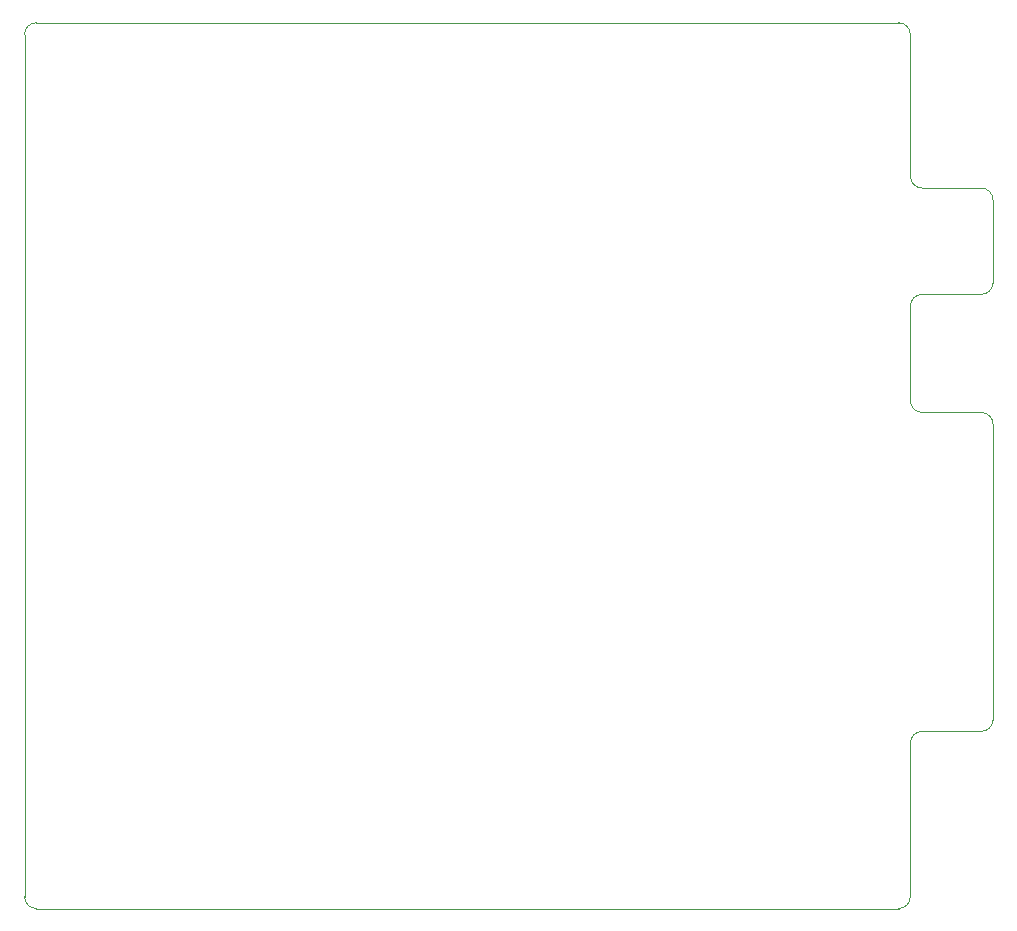
<source format=gbr>
%TF.GenerationSoftware,KiCad,Pcbnew,9.0.6*%
%TF.CreationDate,2026-01-12T10:20:26-08:00*%
%TF.ProjectId,vrb,7672622e-6b69-4636-9164-5f7063625858,rev?*%
%TF.SameCoordinates,Original*%
%TF.FileFunction,Profile,NP*%
%FSLAX46Y46*%
G04 Gerber Fmt 4.6, Leading zero omitted, Abs format (unit mm)*
G04 Created by KiCad (PCBNEW 9.0.6) date 2026-01-12 10:20:26*
%MOMM*%
%LPD*%
G01*
G04 APERTURE LIST*
%TA.AperFunction,Profile*%
%ADD10C,0.050000*%
%TD*%
G04 APERTURE END LIST*
D10*
X155000000Y-119000000D02*
G75*
G02*
X154000000Y-120000000I-1000000J0D01*
G01*
X149000000Y-74000000D02*
G75*
G02*
X148000000Y-73000000I0J1000000D01*
G01*
X148000000Y-84000000D02*
X148000000Y-92000000D01*
X148000000Y-134000000D02*
X148000000Y-121000000D01*
X149000000Y-93000000D02*
G75*
G02*
X148000000Y-92000000I0J1000000D01*
G01*
X74000000Y-60000000D02*
X147000000Y-60000000D01*
X154000000Y-120000000D02*
X149000000Y-120000000D01*
X147000000Y-60000000D02*
G75*
G02*
X148000000Y-61000000I0J-1000000D01*
G01*
X154000000Y-83000000D02*
X149000000Y-83000000D01*
X148000000Y-134000000D02*
G75*
G02*
X147000000Y-135000000I-1000000J0D01*
G01*
X73000000Y-134000000D02*
X73000000Y-61000000D01*
X147000000Y-135000000D02*
X74000000Y-135000000D01*
X73000000Y-61000000D02*
G75*
G02*
X74000000Y-60000000I1000000J0D01*
G01*
X148000000Y-61000000D02*
X148000000Y-73000000D01*
X154000000Y-93000000D02*
G75*
G02*
X155000000Y-94000000I0J-1000000D01*
G01*
X149000000Y-74000000D02*
X154000000Y-74000000D01*
X74000000Y-135000000D02*
G75*
G02*
X73000000Y-134000000I0J1000000D01*
G01*
X155000000Y-94000000D02*
X155000000Y-119000000D01*
X148000000Y-84000000D02*
G75*
G02*
X149000000Y-83000000I1000000J0D01*
G01*
X155000000Y-82000000D02*
X155000000Y-75000000D01*
X149000000Y-93000000D02*
X154000000Y-93000000D01*
X148000000Y-121000000D02*
G75*
G02*
X149000000Y-120000000I1000000J0D01*
G01*
X154000000Y-74000000D02*
G75*
G02*
X155000000Y-75000000I0J-1000000D01*
G01*
X155000000Y-82000000D02*
G75*
G02*
X154000000Y-83000000I-1000000J0D01*
G01*
M02*

</source>
